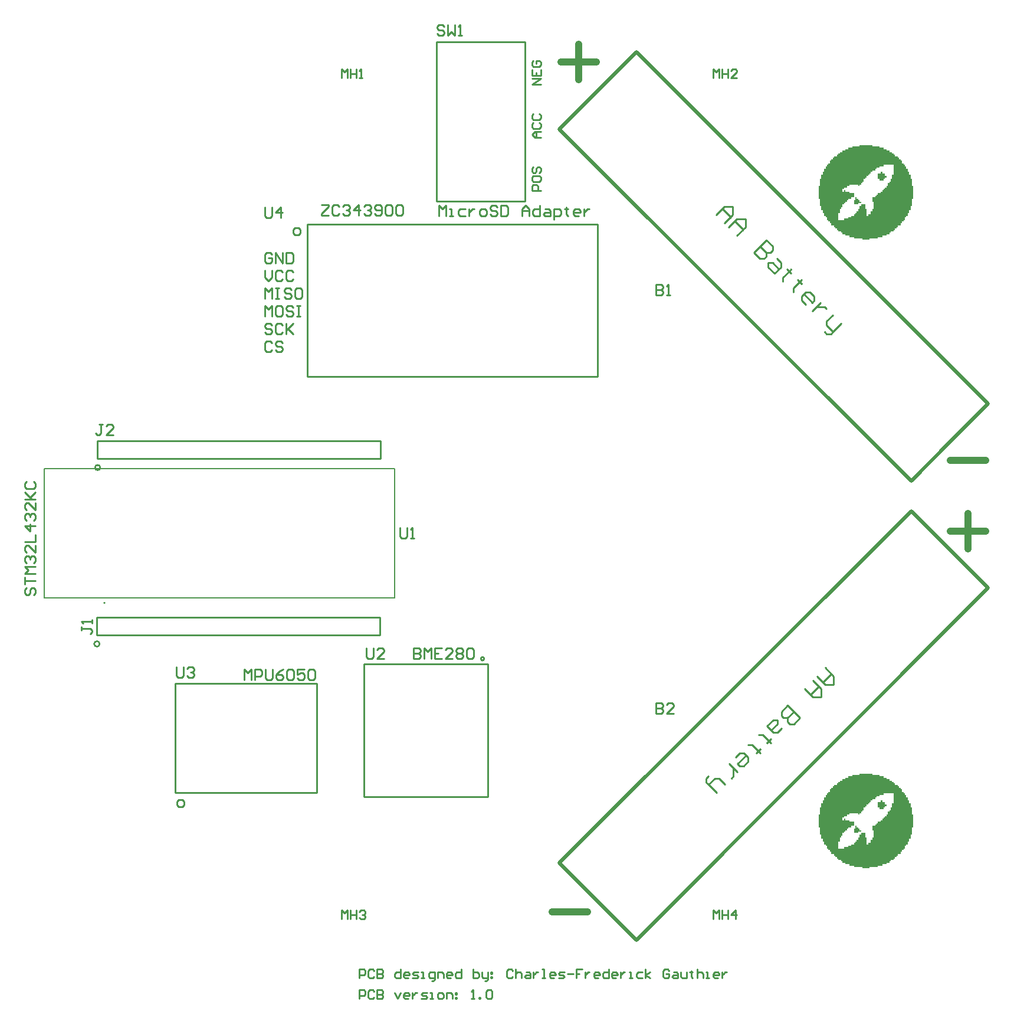
<source format=gto>
G04*
G04 #@! TF.GenerationSoftware,Altium Limited,Altium Designer,20.1.14 (287)*
G04*
G04 Layer_Color=65535*
%FSLAX24Y24*%
%MOIN*%
G70*
G04*
G04 #@! TF.SameCoordinates,B8CB9E98-002D-4190-A2A2-B4F4F07DE0F0*
G04*
G04*
G04 #@! TF.FilePolarity,Positive*
G04*
G01*
G75*
%ADD10C,0.0100*%
%ADD11C,0.0079*%
%ADD12C,0.0050*%
%ADD13C,0.0400*%
%ADD14C,0.0200*%
G36*
X49080Y15740D02*
X49480D01*
Y15660D01*
X49720D01*
Y15580D01*
X49880D01*
Y15500D01*
X50040D01*
Y15420D01*
X50200D01*
Y15340D01*
X50280D01*
Y15260D01*
X50360D01*
Y15180D01*
X50520D01*
Y15100D01*
X50600D01*
Y15020D01*
X50680D01*
Y14940D01*
X50760D01*
Y14860D01*
Y14780D01*
X50840D01*
Y14700D01*
X50920D01*
Y14620D01*
X51000D01*
Y14540D01*
Y14460D01*
X51080D01*
Y14380D01*
Y14300D01*
X51160D01*
Y14220D01*
Y14140D01*
X51240D01*
Y14060D01*
Y13980D01*
Y13900D01*
X51320D01*
Y13820D01*
Y13740D01*
Y13660D01*
Y13580D01*
Y13500D01*
X51400D01*
Y13420D01*
Y13340D01*
Y13260D01*
Y13180D01*
Y13100D01*
Y13020D01*
Y12940D01*
Y12860D01*
Y12780D01*
X51320D01*
Y12700D01*
Y12620D01*
Y12540D01*
Y12460D01*
Y12380D01*
X51240D01*
Y12300D01*
Y12220D01*
Y12140D01*
X51160D01*
Y12060D01*
Y11980D01*
X51080D01*
Y11900D01*
Y11820D01*
X51000D01*
Y11740D01*
X50920D01*
Y11660D01*
Y11580D01*
X50840D01*
Y11500D01*
X50760D01*
Y11420D01*
X50680D01*
Y11340D01*
Y11260D01*
X50520D01*
Y11180D01*
X50440D01*
Y11100D01*
X50360D01*
Y11020D01*
X50280D01*
Y10940D01*
X50120D01*
Y10860D01*
X50040D01*
Y10780D01*
X49880D01*
Y10700D01*
X49640D01*
Y10620D01*
X49400D01*
Y10540D01*
X48920D01*
Y10460D01*
X48520D01*
Y10540D01*
X48040D01*
Y10620D01*
X47800D01*
Y10700D01*
X47560D01*
Y10780D01*
X47400D01*
Y10860D01*
X47320D01*
Y10940D01*
X47160D01*
Y11020D01*
X47080D01*
Y11100D01*
X47000D01*
Y11180D01*
X46920D01*
Y11260D01*
X46760D01*
Y11340D01*
Y11420D01*
X46680D01*
Y11500D01*
X46600D01*
Y11580D01*
X46520D01*
Y11660D01*
Y11740D01*
X46440D01*
Y11820D01*
X46360D01*
Y11900D01*
Y11980D01*
X46280D01*
Y12060D01*
Y12140D01*
X46200D01*
Y12220D01*
Y12300D01*
Y12380D01*
X46120D01*
Y12460D01*
Y12540D01*
Y12620D01*
Y12700D01*
Y12780D01*
X46040D01*
Y12860D01*
Y12940D01*
Y13020D01*
Y13100D01*
Y13180D01*
Y13260D01*
Y13340D01*
Y13420D01*
Y13500D01*
X46120D01*
Y13580D01*
Y13660D01*
Y13740D01*
Y13820D01*
Y13900D01*
X46200D01*
Y13980D01*
Y14060D01*
Y14140D01*
X46280D01*
Y14220D01*
Y14300D01*
X46360D01*
Y14380D01*
Y14460D01*
X46440D01*
Y14540D01*
Y14620D01*
X46520D01*
Y14700D01*
X46600D01*
Y14780D01*
X46680D01*
Y14860D01*
Y14940D01*
X46760D01*
Y15020D01*
X46840D01*
Y15100D01*
X46920D01*
Y15180D01*
X47080D01*
Y15260D01*
X47160D01*
Y15340D01*
X47240D01*
Y15420D01*
X47400D01*
Y15500D01*
X47560D01*
Y15580D01*
X47720D01*
Y15660D01*
X47960D01*
Y15740D01*
X48360D01*
Y15820D01*
X49080D01*
Y15740D01*
D02*
G37*
G36*
Y51240D02*
X49480D01*
Y51160D01*
X49720D01*
Y51080D01*
X49880D01*
Y51000D01*
X50040D01*
Y50920D01*
X50200D01*
Y50840D01*
X50280D01*
Y50760D01*
X50360D01*
Y50680D01*
X50520D01*
Y50600D01*
X50600D01*
Y50520D01*
X50680D01*
Y50440D01*
X50760D01*
Y50360D01*
Y50280D01*
X50840D01*
Y50200D01*
X50920D01*
Y50120D01*
X51000D01*
Y50040D01*
Y49960D01*
X51080D01*
Y49880D01*
Y49800D01*
X51160D01*
Y49720D01*
Y49640D01*
X51240D01*
Y49560D01*
Y49480D01*
Y49400D01*
X51320D01*
Y49320D01*
Y49240D01*
Y49160D01*
Y49080D01*
Y49000D01*
X51400D01*
Y48920D01*
Y48840D01*
Y48760D01*
Y48680D01*
Y48600D01*
Y48520D01*
Y48440D01*
Y48360D01*
Y48280D01*
X51320D01*
Y48200D01*
Y48120D01*
Y48040D01*
Y47960D01*
Y47880D01*
X51240D01*
Y47800D01*
Y47720D01*
Y47640D01*
X51160D01*
Y47560D01*
Y47480D01*
X51080D01*
Y47400D01*
Y47320D01*
X51000D01*
Y47240D01*
X50920D01*
Y47160D01*
Y47080D01*
X50840D01*
Y47000D01*
X50760D01*
Y46920D01*
X50680D01*
Y46840D01*
Y46760D01*
X50520D01*
Y46680D01*
X50440D01*
Y46600D01*
X50360D01*
Y46520D01*
X50280D01*
Y46440D01*
X50120D01*
Y46360D01*
X50040D01*
Y46280D01*
X49880D01*
Y46200D01*
X49640D01*
Y46120D01*
X49400D01*
Y46040D01*
X48920D01*
Y45960D01*
X48520D01*
Y46040D01*
X48040D01*
Y46120D01*
X47800D01*
Y46200D01*
X47560D01*
Y46280D01*
X47400D01*
Y46360D01*
X47320D01*
Y46440D01*
X47160D01*
Y46520D01*
X47080D01*
Y46600D01*
X47000D01*
Y46680D01*
X46920D01*
Y46760D01*
X46760D01*
Y46840D01*
Y46920D01*
X46680D01*
Y47000D01*
X46600D01*
Y47080D01*
X46520D01*
Y47160D01*
Y47240D01*
X46440D01*
Y47320D01*
X46360D01*
Y47400D01*
Y47480D01*
X46280D01*
Y47560D01*
Y47640D01*
X46200D01*
Y47720D01*
Y47800D01*
Y47880D01*
X46120D01*
Y47960D01*
Y48040D01*
Y48120D01*
Y48200D01*
Y48280D01*
X46040D01*
Y48360D01*
Y48440D01*
Y48520D01*
Y48600D01*
Y48680D01*
Y48760D01*
Y48840D01*
Y48920D01*
Y49000D01*
X46120D01*
Y49080D01*
Y49160D01*
Y49240D01*
Y49320D01*
Y49400D01*
X46200D01*
Y49480D01*
Y49560D01*
Y49640D01*
X46280D01*
Y49720D01*
Y49800D01*
X46360D01*
Y49880D01*
Y49960D01*
X46440D01*
Y50040D01*
Y50120D01*
X46520D01*
Y50200D01*
X46600D01*
Y50280D01*
X46680D01*
Y50360D01*
Y50440D01*
X46760D01*
Y50520D01*
X46840D01*
Y50600D01*
X46920D01*
Y50680D01*
X47080D01*
Y50760D01*
X47160D01*
Y50840D01*
X47240D01*
Y50920D01*
X47400D01*
Y51000D01*
X47560D01*
Y51080D01*
X47720D01*
Y51160D01*
X47960D01*
Y51240D01*
X48360D01*
Y51320D01*
X49080D01*
Y51240D01*
D02*
G37*
%LPC*%
G36*
X50280Y14700D02*
X49720D01*
Y14620D01*
X49480D01*
Y14540D01*
X49320D01*
Y14460D01*
X49240D01*
Y14380D01*
X49080D01*
Y14300D01*
X49000D01*
Y14220D01*
X48920D01*
Y14140D01*
X48840D01*
Y14060D01*
X48760D01*
Y13980D01*
X48680D01*
Y13900D01*
X48600D01*
Y13820D01*
Y13740D01*
X48520D01*
Y13660D01*
X48440D01*
Y13580D01*
X48360D01*
Y13500D01*
X48280D01*
Y13580D01*
X47800D01*
Y13500D01*
X47640D01*
Y13420D01*
X47480D01*
Y13340D01*
X47400D01*
Y13260D01*
Y13180D01*
X47480D01*
Y13260D01*
X47560D01*
Y13180D01*
X47800D01*
Y13100D01*
X48040D01*
Y13020D01*
Y12940D01*
Y12860D01*
X47880D01*
Y12780D01*
X47720D01*
Y12700D01*
X47640D01*
Y12620D01*
X47560D01*
Y12540D01*
X47480D01*
Y12460D01*
X47400D01*
Y12380D01*
Y12300D01*
X47320D01*
Y12220D01*
X47240D01*
Y12140D01*
Y12060D01*
Y11980D01*
X47160D01*
Y11900D01*
Y11820D01*
Y11740D01*
Y11660D01*
Y11580D01*
X47480D01*
Y11660D01*
X47720D01*
Y11740D01*
X47880D01*
Y11820D01*
X48040D01*
Y11900D01*
X48120D01*
Y11980D01*
X48200D01*
Y12060D01*
X48280D01*
Y12140D01*
Y12220D01*
X48360D01*
Y12300D01*
Y12380D01*
X48440D01*
Y12460D01*
X48680D01*
Y12380D01*
Y12300D01*
Y12220D01*
X48760D01*
Y12140D01*
Y12060D01*
Y11980D01*
Y11900D01*
Y11820D01*
X48840D01*
Y11900D01*
X49000D01*
Y11980D01*
Y12060D01*
X49080D01*
Y12140D01*
Y12220D01*
X49160D01*
Y12300D01*
Y12380D01*
Y12460D01*
Y12540D01*
Y12620D01*
X49080D01*
Y12700D01*
Y12780D01*
Y12860D01*
X49240D01*
Y12940D01*
X49320D01*
Y13020D01*
X49400D01*
Y13100D01*
X49560D01*
Y13180D01*
X49640D01*
Y13260D01*
X49720D01*
Y13340D01*
X49800D01*
Y13420D01*
X49880D01*
Y13500D01*
X49960D01*
Y13580D01*
Y13660D01*
X50040D01*
Y13740D01*
X50120D01*
Y13820D01*
Y13900D01*
X50200D01*
Y13980D01*
Y14060D01*
Y14140D01*
X50280D01*
Y14220D01*
Y14300D01*
Y14380D01*
Y14460D01*
Y14540D01*
Y14620D01*
Y14700D01*
D02*
G37*
%LPD*%
G36*
X49640Y14220D02*
X49800D01*
Y14140D01*
Y14060D01*
X49880D01*
Y13980D01*
X49800D01*
Y13900D01*
X49720D01*
Y13820D01*
X49480D01*
Y13900D01*
X49400D01*
Y13980D01*
Y14060D01*
Y14140D01*
Y14220D01*
X49560D01*
Y14300D01*
X49640D01*
Y14220D01*
D02*
G37*
G36*
X48200Y12780D02*
X48280D01*
Y12700D01*
X48360D01*
Y12620D01*
X48440D01*
Y12540D01*
X48280D01*
Y12460D01*
X48040D01*
Y12540D01*
Y12620D01*
Y12700D01*
X48120D01*
Y12780D01*
Y12860D01*
X48200D01*
Y12780D01*
D02*
G37*
%LPC*%
G36*
X50280Y50200D02*
X49720D01*
Y50120D01*
X49480D01*
Y50040D01*
X49320D01*
Y49960D01*
X49240D01*
Y49880D01*
X49080D01*
Y49800D01*
X49000D01*
Y49720D01*
X48920D01*
Y49640D01*
X48840D01*
Y49560D01*
X48760D01*
Y49480D01*
X48680D01*
Y49400D01*
X48600D01*
Y49320D01*
Y49240D01*
X48520D01*
Y49160D01*
X48440D01*
Y49080D01*
X48360D01*
Y49000D01*
X48280D01*
Y49080D01*
X47800D01*
Y49000D01*
X47640D01*
Y48920D01*
X47480D01*
Y48840D01*
X47400D01*
Y48760D01*
Y48680D01*
X47480D01*
Y48760D01*
X47560D01*
Y48680D01*
X47800D01*
Y48600D01*
X48040D01*
Y48520D01*
Y48440D01*
Y48360D01*
X47880D01*
Y48280D01*
X47720D01*
Y48200D01*
X47640D01*
Y48120D01*
X47560D01*
Y48040D01*
X47480D01*
Y47960D01*
X47400D01*
Y47880D01*
Y47800D01*
X47320D01*
Y47720D01*
X47240D01*
Y47640D01*
Y47560D01*
Y47480D01*
X47160D01*
Y47400D01*
Y47320D01*
Y47240D01*
Y47160D01*
Y47080D01*
X47480D01*
Y47160D01*
X47720D01*
Y47240D01*
X47880D01*
Y47320D01*
X48040D01*
Y47400D01*
X48120D01*
Y47480D01*
X48200D01*
Y47560D01*
X48280D01*
Y47640D01*
Y47720D01*
X48360D01*
Y47800D01*
Y47880D01*
X48440D01*
Y47960D01*
X48680D01*
Y47880D01*
Y47800D01*
Y47720D01*
X48760D01*
Y47640D01*
Y47560D01*
Y47480D01*
Y47400D01*
Y47320D01*
X48840D01*
Y47400D01*
X49000D01*
Y47480D01*
Y47560D01*
X49080D01*
Y47640D01*
Y47720D01*
X49160D01*
Y47800D01*
Y47880D01*
Y47960D01*
Y48040D01*
Y48120D01*
X49080D01*
Y48200D01*
Y48280D01*
Y48360D01*
X49240D01*
Y48440D01*
X49320D01*
Y48520D01*
X49400D01*
Y48600D01*
X49560D01*
Y48680D01*
X49640D01*
Y48760D01*
X49720D01*
Y48840D01*
X49800D01*
Y48920D01*
X49880D01*
Y49000D01*
X49960D01*
Y49080D01*
Y49160D01*
X50040D01*
Y49240D01*
X50120D01*
Y49320D01*
Y49400D01*
X50200D01*
Y49480D01*
Y49560D01*
Y49640D01*
X50280D01*
Y49720D01*
Y49800D01*
Y49880D01*
Y49960D01*
Y50040D01*
Y50120D01*
Y50200D01*
D02*
G37*
%LPD*%
G36*
X49640Y49720D02*
X49800D01*
Y49640D01*
Y49560D01*
X49880D01*
Y49480D01*
X49800D01*
Y49400D01*
X49720D01*
Y49320D01*
X49480D01*
Y49400D01*
X49400D01*
Y49480D01*
Y49560D01*
Y49640D01*
Y49720D01*
X49560D01*
Y49800D01*
X49640D01*
Y49720D01*
D02*
G37*
G36*
X48200Y48280D02*
X48280D01*
Y48200D01*
X48360D01*
Y48120D01*
X48440D01*
Y48040D01*
X48280D01*
Y47960D01*
X48040D01*
Y48040D01*
Y48120D01*
Y48200D01*
X48120D01*
Y48280D01*
Y48360D01*
X48200D01*
Y48280D01*
D02*
G37*
D10*
X27150Y22300D02*
G03*
X27150Y22300I-100J0D01*
G01*
X5410Y23140D02*
G03*
X5410Y23140I-150J0D01*
G01*
X5450Y33100D02*
G03*
X5450Y33100I-150J0D01*
G01*
X20350Y22000D02*
X27350D01*
X20350Y14500D02*
Y22000D01*
X27350Y14500D02*
Y22000D01*
X20350Y14500D02*
X27350D01*
X5260Y23640D02*
X21260D01*
Y24640D01*
X5260D02*
X21260D01*
X5260Y23640D02*
Y24640D01*
X5300Y33600D02*
X21300D01*
Y34600D01*
X5300D02*
X21300D01*
X5300Y33600D02*
Y34600D01*
X17350Y46850D02*
X33550Y46850D01*
Y38250D02*
Y46850D01*
X17150Y38250D02*
X33550Y38250D01*
X17150Y38250D02*
Y46850D01*
X17150Y46850D01*
Y46850D02*
X17350D01*
X17350Y46850D01*
X29450Y48150D02*
Y57150D01*
X24450D02*
X29450D01*
X24450Y48150D02*
Y57150D01*
Y48150D02*
X29450D01*
X9700Y14750D02*
X17677D01*
X9700D02*
Y20876D01*
Y20900D02*
X17677D01*
Y14750D02*
Y20876D01*
X20500Y22900D02*
Y22400D01*
X20600Y22300D01*
X20800D01*
X20900Y22400D01*
Y22900D01*
X21500Y22300D02*
X21100D01*
X21500Y22700D01*
Y22800D01*
X21400Y22900D01*
X21200D01*
X21100Y22800D01*
X23150Y22900D02*
Y22300D01*
X23450D01*
X23550Y22400D01*
Y22500D01*
X23450Y22600D01*
X23150D01*
X23450D01*
X23550Y22700D01*
Y22800D01*
X23450Y22900D01*
X23150D01*
X23750Y22300D02*
Y22900D01*
X23950Y22700D01*
X24150Y22900D01*
Y22300D01*
X24749Y22900D02*
X24350D01*
Y22300D01*
X24749D01*
X24350Y22600D02*
X24550D01*
X25349Y22300D02*
X24949D01*
X25349Y22700D01*
Y22800D01*
X25249Y22900D01*
X25049D01*
X24949Y22800D01*
X25549D02*
X25649Y22900D01*
X25849D01*
X25949Y22800D01*
Y22700D01*
X25849Y22600D01*
X25949Y22500D01*
Y22400D01*
X25849Y22300D01*
X25649D01*
X25549Y22400D01*
Y22500D01*
X25649Y22600D01*
X25549Y22700D01*
Y22800D01*
X25649Y22600D02*
X25849D01*
X26149Y22800D02*
X26249Y22900D01*
X26449D01*
X26549Y22800D01*
Y22400D01*
X26449Y22300D01*
X26249D01*
X26149Y22400D01*
Y22800D01*
X4400Y24100D02*
Y23900D01*
Y24000D01*
X4900D01*
X5000Y23900D01*
Y23800D01*
X4900Y23700D01*
X5000Y24300D02*
Y24500D01*
Y24400D01*
X4400D01*
X4500Y24300D01*
X5600Y35550D02*
X5400D01*
X5500D01*
Y35050D01*
X5400Y34950D01*
X5300D01*
X5200Y35050D01*
X6200Y34950D02*
X5800D01*
X6200Y35350D01*
Y35450D01*
X6100Y35550D01*
X5900D01*
X5800Y35450D01*
X22400Y29700D02*
Y29200D01*
X22500Y29100D01*
X22700D01*
X22800Y29200D01*
Y29700D01*
X23000Y29100D02*
X23200D01*
X23100D01*
Y29700D01*
X23000Y29600D01*
X1300Y26300D02*
X1200Y26200D01*
Y26000D01*
X1300Y25900D01*
X1400D01*
X1500Y26000D01*
Y26200D01*
X1600Y26300D01*
X1700D01*
X1800Y26200D01*
Y26000D01*
X1700Y25900D01*
X1200Y26500D02*
Y26900D01*
Y26700D01*
X1800D01*
Y27100D02*
X1200D01*
X1400Y27300D01*
X1200Y27499D01*
X1800D01*
X1300Y27699D02*
X1200Y27799D01*
Y27999D01*
X1300Y28099D01*
X1400D01*
X1500Y27999D01*
Y27899D01*
Y27999D01*
X1600Y28099D01*
X1700D01*
X1800Y27999D01*
Y27799D01*
X1700Y27699D01*
X1800Y28699D02*
Y28299D01*
X1400Y28699D01*
X1300D01*
X1200Y28599D01*
Y28399D01*
X1300Y28299D01*
X1200Y28899D02*
X1800D01*
Y29299D01*
Y29799D02*
X1200D01*
X1500Y29499D01*
Y29899D01*
X1300Y30099D02*
X1200Y30199D01*
Y30399D01*
X1300Y30499D01*
X1400D01*
X1500Y30399D01*
Y30299D01*
Y30399D01*
X1600Y30499D01*
X1700D01*
X1800Y30399D01*
Y30199D01*
X1700Y30099D01*
X1800Y31098D02*
Y30698D01*
X1400Y31098D01*
X1300D01*
X1200Y30998D01*
Y30798D01*
X1300Y30698D01*
X1200Y31298D02*
X1800D01*
X1600D01*
X1200Y31698D01*
X1500Y31398D01*
X1800Y31698D01*
X1300Y32298D02*
X1200Y32198D01*
Y31998D01*
X1300Y31898D01*
X1700D01*
X1800Y31998D01*
Y32198D01*
X1700Y32298D01*
X20100Y3100D02*
Y3600D01*
X20350D01*
X20433Y3517D01*
Y3350D01*
X20350Y3267D01*
X20100D01*
X20933Y3517D02*
X20850Y3600D01*
X20683D01*
X20600Y3517D01*
Y3183D01*
X20683Y3100D01*
X20850D01*
X20933Y3183D01*
X21100Y3600D02*
Y3100D01*
X21350D01*
X21433Y3183D01*
Y3267D01*
X21350Y3350D01*
X21100D01*
X21350D01*
X21433Y3433D01*
Y3517D01*
X21350Y3600D01*
X21100D01*
X22099Y3433D02*
X22266Y3100D01*
X22433Y3433D01*
X22849Y3100D02*
X22682D01*
X22599Y3183D01*
Y3350D01*
X22682Y3433D01*
X22849D01*
X22932Y3350D01*
Y3267D01*
X22599D01*
X23099Y3433D02*
Y3100D01*
Y3267D01*
X23182Y3350D01*
X23266Y3433D01*
X23349D01*
X23599Y3100D02*
X23849D01*
X23932Y3183D01*
X23849Y3267D01*
X23682D01*
X23599Y3350D01*
X23682Y3433D01*
X23932D01*
X24099Y3100D02*
X24265D01*
X24182D01*
Y3433D01*
X24099D01*
X24599Y3100D02*
X24765D01*
X24848Y3183D01*
Y3350D01*
X24765Y3433D01*
X24599D01*
X24515Y3350D01*
Y3183D01*
X24599Y3100D01*
X25015D02*
Y3433D01*
X25265D01*
X25348Y3350D01*
Y3100D01*
X25515Y3433D02*
X25598D01*
Y3350D01*
X25515D01*
Y3433D01*
Y3183D02*
X25598D01*
Y3100D01*
X25515D01*
Y3183D01*
X26431Y3100D02*
X26598D01*
X26515D01*
Y3600D01*
X26431Y3517D01*
X26848Y3100D02*
Y3183D01*
X26931D01*
Y3100D01*
X26848D01*
X27264Y3517D02*
X27348Y3600D01*
X27514D01*
X27598Y3517D01*
Y3183D01*
X27514Y3100D01*
X27348D01*
X27264Y3183D01*
Y3517D01*
X20100Y4267D02*
Y4766D01*
X20350D01*
X20433Y4683D01*
Y4517D01*
X20350Y4433D01*
X20100D01*
X20933Y4683D02*
X20850Y4766D01*
X20683D01*
X20600Y4683D01*
Y4350D01*
X20683Y4267D01*
X20850D01*
X20933Y4350D01*
X21100Y4766D02*
Y4267D01*
X21350D01*
X21433Y4350D01*
Y4433D01*
X21350Y4517D01*
X21100D01*
X21350D01*
X21433Y4600D01*
Y4683D01*
X21350Y4766D01*
X21100D01*
X22433D02*
Y4267D01*
X22183D01*
X22099Y4350D01*
Y4517D01*
X22183Y4600D01*
X22433D01*
X22849Y4267D02*
X22682D01*
X22599Y4350D01*
Y4517D01*
X22682Y4600D01*
X22849D01*
X22932Y4517D01*
Y4433D01*
X22599D01*
X23099Y4267D02*
X23349D01*
X23432Y4350D01*
X23349Y4433D01*
X23182D01*
X23099Y4517D01*
X23182Y4600D01*
X23432D01*
X23599Y4267D02*
X23765D01*
X23682D01*
Y4600D01*
X23599D01*
X24182Y4100D02*
X24265D01*
X24349Y4183D01*
Y4600D01*
X24099D01*
X24015Y4517D01*
Y4350D01*
X24099Y4267D01*
X24349D01*
X24515D02*
Y4600D01*
X24765D01*
X24848Y4517D01*
Y4267D01*
X25265D02*
X25098D01*
X25015Y4350D01*
Y4517D01*
X25098Y4600D01*
X25265D01*
X25348Y4517D01*
Y4433D01*
X25015D01*
X25848Y4766D02*
Y4267D01*
X25598D01*
X25515Y4350D01*
Y4517D01*
X25598Y4600D01*
X25848D01*
X26515Y4766D02*
Y4267D01*
X26765D01*
X26848Y4350D01*
Y4433D01*
Y4517D01*
X26765Y4600D01*
X26515D01*
X27014D02*
Y4350D01*
X27098Y4267D01*
X27348D01*
Y4183D01*
X27264Y4100D01*
X27181D01*
X27348Y4267D02*
Y4600D01*
X27514D02*
X27598D01*
Y4517D01*
X27514D01*
Y4600D01*
Y4350D02*
X27598D01*
Y4267D01*
X27514D01*
Y4350D01*
X28764Y4683D02*
X28681Y4766D01*
X28514D01*
X28431Y4683D01*
Y4350D01*
X28514Y4267D01*
X28681D01*
X28764Y4350D01*
X28930Y4766D02*
Y4267D01*
Y4517D01*
X29014Y4600D01*
X29180D01*
X29264Y4517D01*
Y4267D01*
X29514Y4600D02*
X29680D01*
X29764Y4517D01*
Y4267D01*
X29514D01*
X29430Y4350D01*
X29514Y4433D01*
X29764D01*
X29930Y4600D02*
Y4267D01*
Y4433D01*
X30013Y4517D01*
X30097Y4600D01*
X30180D01*
X30430Y4267D02*
X30597D01*
X30513D01*
Y4766D01*
X30430D01*
X31096Y4267D02*
X30930D01*
X30847Y4350D01*
Y4517D01*
X30930Y4600D01*
X31096D01*
X31180Y4517D01*
Y4433D01*
X30847D01*
X31346Y4267D02*
X31596D01*
X31680Y4350D01*
X31596Y4433D01*
X31430D01*
X31346Y4517D01*
X31430Y4600D01*
X31680D01*
X31846Y4517D02*
X32179D01*
X32679Y4766D02*
X32346D01*
Y4517D01*
X32513D01*
X32346D01*
Y4267D01*
X32846Y4600D02*
Y4267D01*
Y4433D01*
X32929Y4517D01*
X33012Y4600D01*
X33096D01*
X33596Y4267D02*
X33429D01*
X33346Y4350D01*
Y4517D01*
X33429Y4600D01*
X33596D01*
X33679Y4517D01*
Y4433D01*
X33346D01*
X34179Y4766D02*
Y4267D01*
X33929D01*
X33846Y4350D01*
Y4517D01*
X33929Y4600D01*
X34179D01*
X34595Y4267D02*
X34429D01*
X34345Y4350D01*
Y4517D01*
X34429Y4600D01*
X34595D01*
X34679Y4517D01*
Y4433D01*
X34345D01*
X34845Y4600D02*
Y4267D01*
Y4433D01*
X34929Y4517D01*
X35012Y4600D01*
X35095D01*
X35345Y4267D02*
X35512D01*
X35428D01*
Y4600D01*
X35345D01*
X36095D02*
X35845D01*
X35762Y4517D01*
Y4350D01*
X35845Y4267D01*
X36095D01*
X36261D02*
Y4766D01*
Y4433D02*
X36511Y4600D01*
X36261Y4433D02*
X36511Y4267D01*
X37594Y4683D02*
X37511Y4766D01*
X37344D01*
X37261Y4683D01*
Y4350D01*
X37344Y4267D01*
X37511D01*
X37594Y4350D01*
Y4517D01*
X37428D01*
X37844Y4600D02*
X38011D01*
X38094Y4517D01*
Y4267D01*
X37844D01*
X37761Y4350D01*
X37844Y4433D01*
X38094D01*
X38261Y4600D02*
Y4350D01*
X38344Y4267D01*
X38594D01*
Y4600D01*
X38844Y4683D02*
Y4600D01*
X38761D01*
X38927D01*
X38844D01*
Y4350D01*
X38927Y4267D01*
X39177Y4766D02*
Y4267D01*
Y4517D01*
X39260Y4600D01*
X39427D01*
X39510Y4517D01*
Y4267D01*
X39677D02*
X39844D01*
X39760D01*
Y4600D01*
X39677D01*
X40343Y4267D02*
X40177D01*
X40094Y4350D01*
Y4517D01*
X40177Y4600D01*
X40343D01*
X40427Y4517D01*
Y4433D01*
X40094D01*
X40593Y4600D02*
Y4267D01*
Y4433D01*
X40677Y4517D01*
X40760Y4600D01*
X40843D01*
X16450Y46250D02*
X16650D01*
X16750Y46350D01*
Y46550D01*
X16650Y46650D01*
X16450D01*
X16350Y46550D01*
Y46350D01*
X16450Y46250D01*
X15150Y45150D02*
X15050Y45250D01*
X14850D01*
X14750Y45150D01*
Y44750D01*
X14850Y44650D01*
X15050D01*
X15150Y44750D01*
Y44950D01*
X14950D01*
X15350Y44650D02*
Y45250D01*
X15750Y44650D01*
Y45250D01*
X15950D02*
Y44650D01*
X16250D01*
X16349Y44750D01*
Y45150D01*
X16250Y45250D01*
X15950D01*
X14750Y44250D02*
Y43850D01*
X14950Y43650D01*
X15150Y43850D01*
Y44250D01*
X15750Y44150D02*
X15650Y44250D01*
X15450D01*
X15350Y44150D01*
Y43750D01*
X15450Y43650D01*
X15650D01*
X15750Y43750D01*
X16349Y44150D02*
X16250Y44250D01*
X16050D01*
X15950Y44150D01*
Y43750D01*
X16050Y43650D01*
X16250D01*
X16349Y43750D01*
X14750Y42650D02*
Y43250D01*
X14950Y43050D01*
X15150Y43250D01*
Y42650D01*
X15350Y43250D02*
X15550D01*
X15450D01*
Y42650D01*
X15350D01*
X15550D01*
X16250Y43150D02*
X16150Y43250D01*
X15950D01*
X15850Y43150D01*
Y43050D01*
X15950Y42950D01*
X16150D01*
X16250Y42850D01*
Y42750D01*
X16150Y42650D01*
X15950D01*
X15850Y42750D01*
X16749Y43250D02*
X16549D01*
X16449Y43150D01*
Y42750D01*
X16549Y42650D01*
X16749D01*
X16849Y42750D01*
Y43150D01*
X16749Y43250D01*
X14750Y41650D02*
Y42250D01*
X14950Y42050D01*
X15150Y42250D01*
Y41650D01*
X15650Y42250D02*
X15450D01*
X15350Y42150D01*
Y41750D01*
X15450Y41650D01*
X15650D01*
X15750Y41750D01*
Y42150D01*
X15650Y42250D01*
X16349Y42150D02*
X16250Y42250D01*
X16050D01*
X15950Y42150D01*
Y42050D01*
X16050Y41950D01*
X16250D01*
X16349Y41850D01*
Y41750D01*
X16250Y41650D01*
X16050D01*
X15950Y41750D01*
X16549Y42250D02*
X16749D01*
X16649D01*
Y41650D01*
X16549D01*
X16749D01*
X15150Y41150D02*
X15050Y41250D01*
X14850D01*
X14750Y41150D01*
Y41050D01*
X14850Y40950D01*
X15050D01*
X15150Y40850D01*
Y40750D01*
X15050Y40650D01*
X14850D01*
X14750Y40750D01*
X15750Y41150D02*
X15650Y41250D01*
X15450D01*
X15350Y41150D01*
Y40750D01*
X15450Y40650D01*
X15650D01*
X15750Y40750D01*
X15950Y41250D02*
Y40650D01*
Y40850D01*
X16349Y41250D01*
X16050Y40950D01*
X16349Y40650D01*
X15150Y40150D02*
X15050Y40250D01*
X14850D01*
X14750Y40150D01*
Y39750D01*
X14850Y39650D01*
X15050D01*
X15150Y39750D01*
X15750Y40150D02*
X15650Y40250D01*
X15450D01*
X15350Y40150D01*
Y40050D01*
X15450Y39950D01*
X15650D01*
X15750Y39850D01*
Y39750D01*
X15650Y39650D01*
X15450D01*
X15350Y39750D01*
X17950Y47950D02*
X18350D01*
Y47850D01*
X17950Y47450D01*
Y47350D01*
X18350D01*
X18950Y47850D02*
X18850Y47950D01*
X18650D01*
X18550Y47850D01*
Y47450D01*
X18650Y47350D01*
X18850D01*
X18950Y47450D01*
X19150Y47850D02*
X19250Y47950D01*
X19450D01*
X19549Y47850D01*
Y47750D01*
X19450Y47650D01*
X19350D01*
X19450D01*
X19549Y47550D01*
Y47450D01*
X19450Y47350D01*
X19250D01*
X19150Y47450D01*
X20049Y47350D02*
Y47950D01*
X19749Y47650D01*
X20149D01*
X20349Y47850D02*
X20449Y47950D01*
X20649D01*
X20749Y47850D01*
Y47750D01*
X20649Y47650D01*
X20549D01*
X20649D01*
X20749Y47550D01*
Y47450D01*
X20649Y47350D01*
X20449D01*
X20349Y47450D01*
X20949D02*
X21049Y47350D01*
X21249D01*
X21349Y47450D01*
Y47850D01*
X21249Y47950D01*
X21049D01*
X20949Y47850D01*
Y47750D01*
X21049Y47650D01*
X21349D01*
X21549Y47850D02*
X21649Y47950D01*
X21849D01*
X21949Y47850D01*
Y47450D01*
X21849Y47350D01*
X21649D01*
X21549Y47450D01*
Y47850D01*
X22149D02*
X22249Y47950D01*
X22449D01*
X22549Y47850D01*
Y47450D01*
X22449Y47350D01*
X22249D01*
X22149Y47450D01*
Y47850D01*
X24600Y47300D02*
Y47900D01*
X24800Y47700D01*
X25000Y47900D01*
Y47300D01*
X25200D02*
X25400D01*
X25300D01*
Y47700D01*
X25200D01*
X26100D02*
X25800D01*
X25700Y47600D01*
Y47400D01*
X25800Y47300D01*
X26100D01*
X26299Y47700D02*
Y47300D01*
Y47500D01*
X26399Y47600D01*
X26499Y47700D01*
X26599D01*
X26999Y47300D02*
X27199D01*
X27299Y47400D01*
Y47600D01*
X27199Y47700D01*
X26999D01*
X26899Y47600D01*
Y47400D01*
X26999Y47300D01*
X27899Y47800D02*
X27799Y47900D01*
X27599D01*
X27499Y47800D01*
Y47700D01*
X27599Y47600D01*
X27799D01*
X27899Y47500D01*
Y47400D01*
X27799Y47300D01*
X27599D01*
X27499Y47400D01*
X28099Y47900D02*
Y47300D01*
X28399D01*
X28499Y47400D01*
Y47800D01*
X28399Y47900D01*
X28099D01*
X29298Y47300D02*
Y47700D01*
X29498Y47900D01*
X29698Y47700D01*
Y47300D01*
Y47600D01*
X29298D01*
X30298Y47900D02*
Y47300D01*
X29998D01*
X29898Y47400D01*
Y47600D01*
X29998Y47700D01*
X30298D01*
X30598D02*
X30798D01*
X30898Y47600D01*
Y47300D01*
X30598D01*
X30498Y47400D01*
X30598Y47500D01*
X30898D01*
X31098Y47100D02*
Y47700D01*
X31398D01*
X31498Y47600D01*
Y47400D01*
X31398Y47300D01*
X31098D01*
X31798Y47800D02*
Y47700D01*
X31698D01*
X31898D01*
X31798D01*
Y47400D01*
X31898Y47300D01*
X32497D02*
X32298D01*
X32198Y47400D01*
Y47600D01*
X32298Y47700D01*
X32497D01*
X32597Y47600D01*
Y47500D01*
X32198D01*
X32797Y47700D02*
Y47300D01*
Y47500D01*
X32897Y47600D01*
X32997Y47700D01*
X33097D01*
X40100Y7600D02*
Y8100D01*
X40267Y7933D01*
X40433Y8100D01*
Y7600D01*
X40600Y8100D02*
Y7600D01*
Y7850D01*
X40933D01*
Y8100D01*
Y7600D01*
X41350D02*
Y8100D01*
X41100Y7850D01*
X41433D01*
X19100Y7600D02*
Y8100D01*
X19267Y7933D01*
X19433Y8100D01*
Y7600D01*
X19600Y8100D02*
Y7600D01*
Y7850D01*
X19933D01*
Y8100D01*
Y7600D01*
X20100Y8017D02*
X20183Y8100D01*
X20350D01*
X20433Y8017D01*
Y7933D01*
X20350Y7850D01*
X20266D01*
X20350D01*
X20433Y7767D01*
Y7683D01*
X20350Y7600D01*
X20183D01*
X20100Y7683D01*
X40100Y55100D02*
Y55600D01*
X40267Y55433D01*
X40433Y55600D01*
Y55100D01*
X40600Y55600D02*
Y55100D01*
Y55350D01*
X40933D01*
Y55600D01*
Y55100D01*
X41433D02*
X41100D01*
X41433Y55433D01*
Y55517D01*
X41350Y55600D01*
X41183D01*
X41100Y55517D01*
X19100Y55100D02*
Y55600D01*
X19267Y55433D01*
X19433Y55600D01*
Y55100D01*
X19600Y55600D02*
Y55100D01*
Y55350D01*
X19933D01*
Y55600D01*
Y55100D01*
X20100D02*
X20266D01*
X20183D01*
Y55600D01*
X20100Y55517D01*
X40256Y47367D02*
X40727Y47838D01*
X41199D01*
X41199Y47367D01*
X40727Y46895D01*
X41081Y47249D01*
X40610Y47720D01*
X40963Y46660D02*
X41434Y47131D01*
X41905D01*
X41905Y46660D01*
X41434Y46189D01*
X41788Y46542D01*
X41316Y47013D01*
X43084Y45953D02*
X42377Y45246D01*
X42730Y44893D01*
X42966D01*
X43084Y45010D01*
X43084Y45246D01*
X42730Y45599D01*
X43084Y45246D01*
X43319D01*
X43437Y45364D01*
Y45599D01*
X43084Y45953D01*
X43673Y44893D02*
X43908Y44657D01*
Y44421D01*
X43555Y44068D01*
X43201Y44421D01*
Y44657D01*
X43437D01*
X43790Y44303D01*
X44497Y44303D02*
X44380Y44186D01*
X44262Y44303D01*
X44497Y44068D01*
X44380Y44186D01*
X44026Y43832D01*
Y43597D01*
X45086Y43714D02*
X44969Y43597D01*
X44851Y43714D01*
X45086Y43479D01*
X44969Y43597D01*
X44615Y43243D01*
Y43008D01*
X45322Y42301D02*
X45086Y42536D01*
Y42772D01*
X45322Y43008D01*
X45558D01*
X45793Y42772D01*
Y42536D01*
X45675Y42418D01*
X45204Y42890D01*
X46147Y42418D02*
X45675Y41947D01*
X45911Y42183D01*
X46147Y42183D01*
X46382D01*
X46500Y42065D01*
X46854Y41712D02*
X46500Y41358D01*
Y41123D01*
X46854Y40769D01*
X46736Y40651D01*
X46500D01*
X46382Y40769D01*
X46854Y40769D02*
X47325Y41240D01*
X46415Y21792D02*
X46886Y21321D01*
Y20850D01*
X46415Y20850D01*
X45944Y21321D01*
X46297Y20968D01*
X46768Y21439D01*
X45708Y21085D02*
X46179Y20614D01*
Y20143D01*
X45708Y20143D01*
X45237Y20614D01*
X45590Y20261D01*
X46062Y20732D01*
X45001Y18965D02*
X44294Y19672D01*
X43941Y19318D01*
Y19083D01*
X44059Y18965D01*
X44294Y18965D01*
X44648Y19318D01*
X44294Y18965D01*
Y18729D01*
X44412Y18611D01*
X44648D01*
X45001Y18965D01*
X43941Y18376D02*
X43705Y18140D01*
X43470D01*
X43116Y18493D01*
X43470Y18847D01*
X43705D01*
Y18611D01*
X43352Y18258D01*
X43352Y17551D02*
X43234Y17669D01*
X43352Y17787D01*
X43116Y17551D01*
X43234Y17669D01*
X42881Y18022D01*
X42645D01*
X42763Y16962D02*
X42645Y17080D01*
X42763Y17198D01*
X42527Y16962D01*
X42645Y17080D01*
X42292Y17433D01*
X42056D01*
X41349Y16726D02*
X41585Y16962D01*
X41820D01*
X42056Y16726D01*
Y16491D01*
X41820Y16255D01*
X41585D01*
X41467Y16373D01*
X41938Y16844D01*
X41467Y15902D02*
X40996Y16373D01*
X41231Y16137D01*
X41231Y15902D01*
Y15666D01*
X41113Y15548D01*
X40760Y15195D02*
X40407Y15548D01*
X40171D01*
X39817Y15195D01*
X39700Y15313D01*
Y15548D01*
X39817Y15666D01*
X39817Y15195D02*
X40289Y14723D01*
X30350Y48750D02*
X29850D01*
Y49000D01*
X29933Y49083D01*
X30100D01*
X30183Y49000D01*
Y48750D01*
X29850Y49500D02*
Y49333D01*
X29933Y49250D01*
X30267D01*
X30350Y49333D01*
Y49500D01*
X30267Y49583D01*
X29933D01*
X29850Y49500D01*
X29933Y50083D02*
X29850Y50000D01*
Y49833D01*
X29933Y49750D01*
X30017D01*
X30100Y49833D01*
Y50000D01*
X30183Y50083D01*
X30267D01*
X30350Y50000D01*
Y49833D01*
X30267Y49750D01*
X30350Y54750D02*
X29850D01*
X30350Y55083D01*
X29850D01*
Y55583D02*
Y55250D01*
X30350D01*
Y55583D01*
X30100Y55250D02*
Y55416D01*
X29933Y56083D02*
X29850Y56000D01*
Y55833D01*
X29933Y55750D01*
X30267D01*
X30350Y55833D01*
Y56000D01*
X30267Y56083D01*
X30100D01*
Y55916D01*
X30350Y51750D02*
X30017D01*
X29850Y51917D01*
X30017Y52083D01*
X30350D01*
X30100D01*
Y51750D01*
X29933Y52583D02*
X29850Y52500D01*
Y52333D01*
X29933Y52250D01*
X30267D01*
X30350Y52333D01*
Y52500D01*
X30267Y52583D01*
X29933Y53083D02*
X29850Y53000D01*
Y52833D01*
X29933Y52750D01*
X30267D01*
X30350Y52833D01*
Y53000D01*
X30267Y53083D01*
X13600Y21100D02*
Y21700D01*
X13800Y21500D01*
X14000Y21700D01*
Y21100D01*
X14200D02*
Y21700D01*
X14500D01*
X14600Y21600D01*
Y21400D01*
X14500Y21300D01*
X14200D01*
X14800Y21700D02*
Y21200D01*
X14900Y21100D01*
X15100D01*
X15199Y21200D01*
Y21700D01*
X15799D02*
X15599Y21600D01*
X15399Y21400D01*
Y21200D01*
X15499Y21100D01*
X15699D01*
X15799Y21200D01*
Y21300D01*
X15699Y21400D01*
X15399D01*
X15999Y21600D02*
X16099Y21700D01*
X16299D01*
X16399Y21600D01*
Y21200D01*
X16299Y21100D01*
X16099D01*
X15999Y21200D01*
Y21600D01*
X16999Y21700D02*
X16599D01*
Y21400D01*
X16799Y21500D01*
X16899D01*
X16999Y21400D01*
Y21200D01*
X16899Y21100D01*
X16699D01*
X16599Y21200D01*
X17199Y21600D02*
X17299Y21700D01*
X17499D01*
X17599Y21600D01*
Y21200D01*
X17499Y21100D01*
X17299D01*
X17199Y21200D01*
Y21600D01*
X10200Y14050D02*
Y14250D01*
X10100Y14350D01*
X9900D01*
X9800Y14250D01*
Y14050D01*
X9900Y13950D01*
X10100D01*
X10200Y14050D01*
X24900Y58000D02*
X24800Y58100D01*
X24600D01*
X24500Y58000D01*
Y57900D01*
X24600Y57800D01*
X24800D01*
X24900Y57700D01*
Y57600D01*
X24800Y57500D01*
X24600D01*
X24500Y57600D01*
X25100Y58100D02*
Y57500D01*
X25300Y57700D01*
X25500Y57500D01*
Y58100D01*
X25700Y57500D02*
X25900D01*
X25800D01*
Y58100D01*
X25700Y58000D01*
X36849Y19798D02*
Y19198D01*
X37148D01*
X37248Y19298D01*
Y19398D01*
X37148Y19498D01*
X36849D01*
X37148D01*
X37248Y19598D01*
Y19698D01*
X37148Y19798D01*
X36849D01*
X37848Y19198D02*
X37448D01*
X37848Y19598D01*
Y19698D01*
X37748Y19798D01*
X37548D01*
X37448Y19698D01*
X36850Y43450D02*
Y42850D01*
X37150D01*
X37250Y42950D01*
Y43050D01*
X37150Y43150D01*
X36850D01*
X37150D01*
X37250Y43250D01*
Y43350D01*
X37150Y43450D01*
X36850D01*
X37450Y42850D02*
X37650D01*
X37550D01*
Y43450D01*
X37450Y43350D01*
X14750Y47800D02*
Y47300D01*
X14850Y47200D01*
X15050D01*
X15150Y47300D01*
Y47800D01*
X15650Y47200D02*
Y47800D01*
X15350Y47500D01*
X15750D01*
X9750Y21850D02*
Y21350D01*
X9850Y21250D01*
X10050D01*
X10150Y21350D01*
Y21850D01*
X10350Y21750D02*
X10450Y21850D01*
X10650D01*
X10750Y21750D01*
Y21650D01*
X10650Y21550D01*
X10550D01*
X10650D01*
X10750Y21450D01*
Y21350D01*
X10650Y21250D01*
X10450D01*
X10350Y21350D01*
D11*
X5727Y25463D02*
G03*
X5727Y25463I-39J0D01*
G01*
D12*
X22083Y25750D02*
Y33050D01*
X2284D02*
X22083D01*
X2284Y25750D02*
X22083D01*
X2284D02*
Y33050D01*
D13*
X31500Y56000D02*
X33500D01*
X32500Y55000D02*
Y57000D01*
X54500Y28500D02*
Y30500D01*
X53500Y29500D02*
X55500D01*
X53500Y33500D02*
X55500D01*
X31000Y8000D02*
X33000D01*
D14*
X51271Y32345D02*
X53463Y34537D01*
X55626Y36701D01*
X35750Y56578D02*
X55626Y36701D01*
X31394Y52222D02*
X33586Y54414D01*
X35750Y56578D01*
X31394Y52222D02*
X51271Y32345D01*
X31394Y10778D02*
X51271Y30655D01*
X53463Y28463D02*
X55626Y26299D01*
X51271Y30655D02*
X53463Y28463D01*
X35750Y6422D02*
X55626Y26299D01*
X33586Y8586D02*
X35750Y6422D01*
X31394Y10778D02*
X33586Y8586D01*
M02*

</source>
